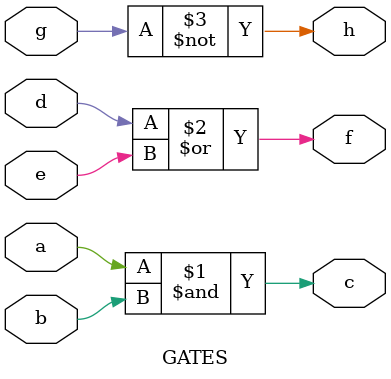
<source format=v>
`timescale 1ns / 1ps


module GATES(
    input a,
    input b,
    input d,
    input e,
    input g,
    output c,
    output f,
    output h
    
    );
    
assign c = a&b;
assign f = d|e;
assign h = ~g;
endmodule

</source>
